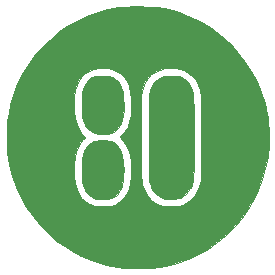
<source format=gtl>
G04 #@! TF.FileFunction,Copper,L1,Top,Signal*
%FSLAX46Y46*%
G04 Gerber Fmt 4.6, Leading zero omitted, Abs format (unit mm)*
G04 Created by KiCad (PCBNEW 4.0.2-stable) date 2019-08-21 4:48:51 PM*
%MOMM*%
G01*
G04 APERTURE LIST*
%ADD10C,0.200000*%
%ADD11C,0.010000*%
G04 APERTURE END LIST*
D10*
D11*
G36*
X84421595Y-65606890D02*
X84803203Y-65613154D01*
X85156351Y-65624380D01*
X85464899Y-65640566D01*
X85712707Y-65661711D01*
X85804195Y-65673451D01*
X86735516Y-65855041D01*
X87647432Y-66117250D01*
X88534108Y-66457124D01*
X89389710Y-66871710D01*
X90208403Y-67358054D01*
X90984351Y-67913203D01*
X91711719Y-68534204D01*
X91993690Y-68806310D01*
X92649806Y-69521467D01*
X93236798Y-70284641D01*
X93753222Y-71092984D01*
X94197640Y-71943649D01*
X94568609Y-72833787D01*
X94864689Y-73760550D01*
X95084439Y-74721091D01*
X95135239Y-75015257D01*
X95166221Y-75270855D01*
X95189918Y-75593057D01*
X95206331Y-75964116D01*
X95215458Y-76366285D01*
X95217300Y-76781814D01*
X95211857Y-77192958D01*
X95199128Y-77581966D01*
X95179115Y-77931093D01*
X95151816Y-78222589D01*
X95135239Y-78342409D01*
X94938571Y-79315040D01*
X94665721Y-80252617D01*
X94317361Y-81153381D01*
X93894167Y-82015573D01*
X93438245Y-82774833D01*
X92869212Y-83565372D01*
X92241349Y-84296321D01*
X91558084Y-84965473D01*
X90822843Y-85570617D01*
X90039055Y-86109546D01*
X89210146Y-86580050D01*
X88339544Y-86979920D01*
X87430676Y-87306947D01*
X86486970Y-87558923D01*
X85814500Y-87688328D01*
X85670448Y-87705563D01*
X85462424Y-87722084D01*
X85204928Y-87737472D01*
X84912460Y-87751312D01*
X84599521Y-87763184D01*
X84280612Y-87772673D01*
X83970232Y-87779360D01*
X83682883Y-87782828D01*
X83433065Y-87782659D01*
X83235279Y-87778436D01*
X83104025Y-87769741D01*
X83084000Y-87766937D01*
X82994798Y-87753926D01*
X82847800Y-87734440D01*
X82669293Y-87711924D01*
X82597167Y-87703110D01*
X81785542Y-87566906D01*
X80961938Y-87355793D01*
X80140989Y-87075236D01*
X79337330Y-86730699D01*
X78565597Y-86327648D01*
X78025167Y-85995912D01*
X77233801Y-85426382D01*
X76502361Y-84798308D01*
X75832999Y-84115041D01*
X75227867Y-83379929D01*
X74689116Y-82596322D01*
X74218900Y-81767568D01*
X73819371Y-80897017D01*
X73492681Y-79988019D01*
X73240981Y-79043922D01*
X73107094Y-78342409D01*
X73076112Y-78086812D01*
X73052415Y-77764609D01*
X73036002Y-77393550D01*
X73026875Y-76991382D01*
X73025033Y-76575852D01*
X73030476Y-76164709D01*
X73043205Y-75775700D01*
X73063218Y-75426574D01*
X73090517Y-75135077D01*
X73107094Y-75015257D01*
X73303762Y-74042627D01*
X73331203Y-73948333D01*
X78724086Y-73948333D01*
X78748762Y-74547212D01*
X78823507Y-75079829D01*
X78949109Y-75548774D01*
X79126359Y-75956632D01*
X79356047Y-76305991D01*
X79490429Y-76459155D01*
X79592444Y-76566594D01*
X79666349Y-76647477D01*
X79697175Y-76685392D01*
X79697333Y-76686035D01*
X79668934Y-76718869D01*
X79595397Y-76791315D01*
X79517417Y-76864648D01*
X79277455Y-77141649D01*
X79078472Y-77488466D01*
X78922071Y-77899965D01*
X78809851Y-78371011D01*
X78743414Y-78896469D01*
X78724086Y-79409333D01*
X78749602Y-80023890D01*
X78826066Y-80570996D01*
X78953646Y-81050948D01*
X79132507Y-81464041D01*
X79362817Y-81810573D01*
X79644742Y-82090838D01*
X79978449Y-82305134D01*
X80364105Y-82453756D01*
X80450089Y-82476259D01*
X80646549Y-82508937D01*
X80897031Y-82529342D01*
X81171722Y-82537040D01*
X81440810Y-82531600D01*
X81674482Y-82512588D01*
X81780166Y-82495561D01*
X82159145Y-82375697D01*
X82510915Y-82183772D01*
X82821599Y-81930361D01*
X83077321Y-81626038D01*
X83205894Y-81409115D01*
X83363178Y-81023730D01*
X83480525Y-80576907D01*
X83556141Y-80082796D01*
X83588229Y-79555547D01*
X83574994Y-79009310D01*
X83548303Y-78710833D01*
X83458376Y-78179666D01*
X83315897Y-77711006D01*
X83144978Y-77355294D01*
X84417402Y-77355294D01*
X84417406Y-77931901D01*
X84417958Y-78435803D01*
X84419507Y-78872979D01*
X84422500Y-79249408D01*
X84427382Y-79571072D01*
X84434602Y-79843950D01*
X84444607Y-80074021D01*
X84457843Y-80267267D01*
X84474757Y-80429666D01*
X84495798Y-80567200D01*
X84521411Y-80685847D01*
X84552045Y-80791589D01*
X84588145Y-80890404D01*
X84630160Y-80988273D01*
X84678536Y-81091176D01*
X84733720Y-81205092D01*
X84758111Y-81255732D01*
X84983592Y-81637590D01*
X85262032Y-81956031D01*
X85589351Y-82207736D01*
X85961470Y-82389390D01*
X86259000Y-82475844D01*
X86552958Y-82518926D01*
X86890431Y-82535906D01*
X87234380Y-82526739D01*
X87547763Y-82491379D01*
X87621482Y-82477511D01*
X87950619Y-82387672D01*
X88231714Y-82259086D01*
X88491980Y-82076864D01*
X88696874Y-81889077D01*
X88952001Y-81593748D01*
X89156190Y-81262913D01*
X89319023Y-80879250D01*
X89401038Y-80615833D01*
X89418206Y-80552512D01*
X89433177Y-80490595D01*
X89446129Y-80424015D01*
X89457243Y-80346705D01*
X89466698Y-80252598D01*
X89474674Y-80135626D01*
X89481351Y-79989723D01*
X89486907Y-79808821D01*
X89491524Y-79586854D01*
X89495379Y-79317755D01*
X89498654Y-78995455D01*
X89501527Y-78613889D01*
X89504178Y-78166989D01*
X89506787Y-77648687D01*
X89509534Y-77052918D01*
X89510075Y-76932833D01*
X89512733Y-76244615D01*
X89514106Y-75637085D01*
X89514158Y-75106270D01*
X89512849Y-74648201D01*
X89510144Y-74258907D01*
X89506002Y-73934418D01*
X89500388Y-73670763D01*
X89493264Y-73463971D01*
X89484590Y-73310072D01*
X89474652Y-73207500D01*
X89377945Y-72696645D01*
X89231063Y-72251285D01*
X89032246Y-71867457D01*
X88779737Y-71541201D01*
X88698763Y-71459232D01*
X88389934Y-71206293D01*
X88054853Y-71019772D01*
X87682455Y-70895640D01*
X87261676Y-70829870D01*
X86932522Y-70816402D01*
X86447414Y-70849831D01*
X86011973Y-70951806D01*
X85626495Y-71122092D01*
X85291277Y-71360452D01*
X85006616Y-71666649D01*
X84772809Y-72040447D01*
X84590154Y-72481609D01*
X84514396Y-72741833D01*
X84417500Y-73122833D01*
X84417500Y-76700000D01*
X84417402Y-77355294D01*
X83144978Y-77355294D01*
X83121573Y-77306585D01*
X82876110Y-76968138D01*
X82806941Y-76894143D01*
X82584214Y-76667829D01*
X82812021Y-76442852D01*
X83059828Y-76140653D01*
X83261970Y-75770572D01*
X83417136Y-75336849D01*
X83524011Y-74843721D01*
X83581283Y-74295429D01*
X83591305Y-73927167D01*
X83565572Y-73342475D01*
X83489123Y-72812263D01*
X83363086Y-72340323D01*
X83188586Y-71930443D01*
X82966750Y-71586416D01*
X82858293Y-71460946D01*
X82593785Y-71221099D01*
X82306809Y-71043288D01*
X81982948Y-70921471D01*
X81607788Y-70849604D01*
X81347793Y-70827722D01*
X80852008Y-70832987D01*
X80408959Y-70903237D01*
X80018325Y-71038851D01*
X79679788Y-71240211D01*
X79393027Y-71507695D01*
X79157723Y-71841686D01*
X78973556Y-72242563D01*
X78840206Y-72710705D01*
X78757354Y-73246495D01*
X78724680Y-73850311D01*
X78724086Y-73948333D01*
X73331203Y-73948333D01*
X73576612Y-73105049D01*
X73924972Y-72204285D01*
X74348166Y-71342094D01*
X74804088Y-70582833D01*
X75366422Y-69802211D01*
X75989164Y-69077477D01*
X76667638Y-68411640D01*
X77397164Y-67807708D01*
X78173064Y-67268690D01*
X78990658Y-66797595D01*
X79845269Y-66397432D01*
X80732219Y-66071209D01*
X81646827Y-65821935D01*
X82438138Y-65673451D01*
X82651562Y-65649958D01*
X82933367Y-65631424D01*
X83267413Y-65617850D01*
X83637560Y-65609237D01*
X84027667Y-65605584D01*
X84421595Y-65606890D01*
X84421595Y-65606890D01*
G37*
X84421595Y-65606890D02*
X84803203Y-65613154D01*
X85156351Y-65624380D01*
X85464899Y-65640566D01*
X85712707Y-65661711D01*
X85804195Y-65673451D01*
X86735516Y-65855041D01*
X87647432Y-66117250D01*
X88534108Y-66457124D01*
X89389710Y-66871710D01*
X90208403Y-67358054D01*
X90984351Y-67913203D01*
X91711719Y-68534204D01*
X91993690Y-68806310D01*
X92649806Y-69521467D01*
X93236798Y-70284641D01*
X93753222Y-71092984D01*
X94197640Y-71943649D01*
X94568609Y-72833787D01*
X94864689Y-73760550D01*
X95084439Y-74721091D01*
X95135239Y-75015257D01*
X95166221Y-75270855D01*
X95189918Y-75593057D01*
X95206331Y-75964116D01*
X95215458Y-76366285D01*
X95217300Y-76781814D01*
X95211857Y-77192958D01*
X95199128Y-77581966D01*
X95179115Y-77931093D01*
X95151816Y-78222589D01*
X95135239Y-78342409D01*
X94938571Y-79315040D01*
X94665721Y-80252617D01*
X94317361Y-81153381D01*
X93894167Y-82015573D01*
X93438245Y-82774833D01*
X92869212Y-83565372D01*
X92241349Y-84296321D01*
X91558084Y-84965473D01*
X90822843Y-85570617D01*
X90039055Y-86109546D01*
X89210146Y-86580050D01*
X88339544Y-86979920D01*
X87430676Y-87306947D01*
X86486970Y-87558923D01*
X85814500Y-87688328D01*
X85670448Y-87705563D01*
X85462424Y-87722084D01*
X85204928Y-87737472D01*
X84912460Y-87751312D01*
X84599521Y-87763184D01*
X84280612Y-87772673D01*
X83970232Y-87779360D01*
X83682883Y-87782828D01*
X83433065Y-87782659D01*
X83235279Y-87778436D01*
X83104025Y-87769741D01*
X83084000Y-87766937D01*
X82994798Y-87753926D01*
X82847800Y-87734440D01*
X82669293Y-87711924D01*
X82597167Y-87703110D01*
X81785542Y-87566906D01*
X80961938Y-87355793D01*
X80140989Y-87075236D01*
X79337330Y-86730699D01*
X78565597Y-86327648D01*
X78025167Y-85995912D01*
X77233801Y-85426382D01*
X76502361Y-84798308D01*
X75832999Y-84115041D01*
X75227867Y-83379929D01*
X74689116Y-82596322D01*
X74218900Y-81767568D01*
X73819371Y-80897017D01*
X73492681Y-79988019D01*
X73240981Y-79043922D01*
X73107094Y-78342409D01*
X73076112Y-78086812D01*
X73052415Y-77764609D01*
X73036002Y-77393550D01*
X73026875Y-76991382D01*
X73025033Y-76575852D01*
X73030476Y-76164709D01*
X73043205Y-75775700D01*
X73063218Y-75426574D01*
X73090517Y-75135077D01*
X73107094Y-75015257D01*
X73303762Y-74042627D01*
X73331203Y-73948333D01*
X78724086Y-73948333D01*
X78748762Y-74547212D01*
X78823507Y-75079829D01*
X78949109Y-75548774D01*
X79126359Y-75956632D01*
X79356047Y-76305991D01*
X79490429Y-76459155D01*
X79592444Y-76566594D01*
X79666349Y-76647477D01*
X79697175Y-76685392D01*
X79697333Y-76686035D01*
X79668934Y-76718869D01*
X79595397Y-76791315D01*
X79517417Y-76864648D01*
X79277455Y-77141649D01*
X79078472Y-77488466D01*
X78922071Y-77899965D01*
X78809851Y-78371011D01*
X78743414Y-78896469D01*
X78724086Y-79409333D01*
X78749602Y-80023890D01*
X78826066Y-80570996D01*
X78953646Y-81050948D01*
X79132507Y-81464041D01*
X79362817Y-81810573D01*
X79644742Y-82090838D01*
X79978449Y-82305134D01*
X80364105Y-82453756D01*
X80450089Y-82476259D01*
X80646549Y-82508937D01*
X80897031Y-82529342D01*
X81171722Y-82537040D01*
X81440810Y-82531600D01*
X81674482Y-82512588D01*
X81780166Y-82495561D01*
X82159145Y-82375697D01*
X82510915Y-82183772D01*
X82821599Y-81930361D01*
X83077321Y-81626038D01*
X83205894Y-81409115D01*
X83363178Y-81023730D01*
X83480525Y-80576907D01*
X83556141Y-80082796D01*
X83588229Y-79555547D01*
X83574994Y-79009310D01*
X83548303Y-78710833D01*
X83458376Y-78179666D01*
X83315897Y-77711006D01*
X83144978Y-77355294D01*
X84417402Y-77355294D01*
X84417406Y-77931901D01*
X84417958Y-78435803D01*
X84419507Y-78872979D01*
X84422500Y-79249408D01*
X84427382Y-79571072D01*
X84434602Y-79843950D01*
X84444607Y-80074021D01*
X84457843Y-80267267D01*
X84474757Y-80429666D01*
X84495798Y-80567200D01*
X84521411Y-80685847D01*
X84552045Y-80791589D01*
X84588145Y-80890404D01*
X84630160Y-80988273D01*
X84678536Y-81091176D01*
X84733720Y-81205092D01*
X84758111Y-81255732D01*
X84983592Y-81637590D01*
X85262032Y-81956031D01*
X85589351Y-82207736D01*
X85961470Y-82389390D01*
X86259000Y-82475844D01*
X86552958Y-82518926D01*
X86890431Y-82535906D01*
X87234380Y-82526739D01*
X87547763Y-82491379D01*
X87621482Y-82477511D01*
X87950619Y-82387672D01*
X88231714Y-82259086D01*
X88491980Y-82076864D01*
X88696874Y-81889077D01*
X88952001Y-81593748D01*
X89156190Y-81262913D01*
X89319023Y-80879250D01*
X89401038Y-80615833D01*
X89418206Y-80552512D01*
X89433177Y-80490595D01*
X89446129Y-80424015D01*
X89457243Y-80346705D01*
X89466698Y-80252598D01*
X89474674Y-80135626D01*
X89481351Y-79989723D01*
X89486907Y-79808821D01*
X89491524Y-79586854D01*
X89495379Y-79317755D01*
X89498654Y-78995455D01*
X89501527Y-78613889D01*
X89504178Y-78166989D01*
X89506787Y-77648687D01*
X89509534Y-77052918D01*
X89510075Y-76932833D01*
X89512733Y-76244615D01*
X89514106Y-75637085D01*
X89514158Y-75106270D01*
X89512849Y-74648201D01*
X89510144Y-74258907D01*
X89506002Y-73934418D01*
X89500388Y-73670763D01*
X89493264Y-73463971D01*
X89484590Y-73310072D01*
X89474652Y-73207500D01*
X89377945Y-72696645D01*
X89231063Y-72251285D01*
X89032246Y-71867457D01*
X88779737Y-71541201D01*
X88698763Y-71459232D01*
X88389934Y-71206293D01*
X88054853Y-71019772D01*
X87682455Y-70895640D01*
X87261676Y-70829870D01*
X86932522Y-70816402D01*
X86447414Y-70849831D01*
X86011973Y-70951806D01*
X85626495Y-71122092D01*
X85291277Y-71360452D01*
X85006616Y-71666649D01*
X84772809Y-72040447D01*
X84590154Y-72481609D01*
X84514396Y-72741833D01*
X84417500Y-73122833D01*
X84417500Y-76700000D01*
X84417402Y-77355294D01*
X83144978Y-77355294D01*
X83121573Y-77306585D01*
X82876110Y-76968138D01*
X82806941Y-76894143D01*
X82584214Y-76667829D01*
X82812021Y-76442852D01*
X83059828Y-76140653D01*
X83261970Y-75770572D01*
X83417136Y-75336849D01*
X83524011Y-74843721D01*
X83581283Y-74295429D01*
X83591305Y-73927167D01*
X83565572Y-73342475D01*
X83489123Y-72812263D01*
X83363086Y-72340323D01*
X83188586Y-71930443D01*
X82966750Y-71586416D01*
X82858293Y-71460946D01*
X82593785Y-71221099D01*
X82306809Y-71043288D01*
X81982948Y-70921471D01*
X81607788Y-70849604D01*
X81347793Y-70827722D01*
X80852008Y-70832987D01*
X80408959Y-70903237D01*
X80018325Y-71038851D01*
X79679788Y-71240211D01*
X79393027Y-71507695D01*
X79157723Y-71841686D01*
X78973556Y-72242563D01*
X78840206Y-72710705D01*
X78757354Y-73246495D01*
X78724680Y-73850311D01*
X78724086Y-73948333D01*
X73331203Y-73948333D01*
X73576612Y-73105049D01*
X73924972Y-72204285D01*
X74348166Y-71342094D01*
X74804088Y-70582833D01*
X75366422Y-69802211D01*
X75989164Y-69077477D01*
X76667638Y-68411640D01*
X77397164Y-67807708D01*
X78173064Y-67268690D01*
X78990658Y-66797595D01*
X79845269Y-66397432D01*
X80732219Y-66071209D01*
X81646827Y-65821935D01*
X82438138Y-65673451D01*
X82651562Y-65649958D01*
X82933367Y-65631424D01*
X83267413Y-65617850D01*
X83637560Y-65609237D01*
X84027667Y-65605584D01*
X84421595Y-65606890D01*
G36*
X81473807Y-76943835D02*
X81732811Y-76982005D01*
X81902026Y-77030989D01*
X82170103Y-77168160D01*
X82392755Y-77353637D01*
X82573031Y-77593139D01*
X82713977Y-77892387D01*
X82818642Y-78257099D01*
X82890073Y-78692995D01*
X82913426Y-78928886D01*
X82933823Y-79404107D01*
X82918911Y-79870013D01*
X82870673Y-80309532D01*
X82791091Y-80705596D01*
X82682147Y-81041135D01*
X82662910Y-81086287D01*
X82525581Y-81313777D01*
X82330155Y-81528057D01*
X82102257Y-81703280D01*
X81989381Y-81765673D01*
X81875875Y-81815974D01*
X81769711Y-81849884D01*
X81648512Y-81871177D01*
X81489898Y-81883630D01*
X81271492Y-81891018D01*
X81242500Y-81891692D01*
X81030758Y-81893502D01*
X80838784Y-81889754D01*
X80688834Y-81881211D01*
X80607500Y-81869873D01*
X80283740Y-81747687D01*
X80004955Y-81566833D01*
X79783149Y-81336585D01*
X79662878Y-81140107D01*
X79569270Y-80925621D01*
X79498171Y-80708348D01*
X79446964Y-80472309D01*
X79413032Y-80201526D01*
X79393758Y-79880021D01*
X79386527Y-79491816D01*
X79386373Y-79451667D01*
X79386717Y-79149018D01*
X79390552Y-78913485D01*
X79399210Y-78727547D01*
X79414026Y-78573679D01*
X79436332Y-78434360D01*
X79467462Y-78292067D01*
X79477836Y-78249725D01*
X79597649Y-77870954D01*
X79752922Y-77564193D01*
X79949155Y-77322262D01*
X80191850Y-77137982D01*
X80410773Y-77032062D01*
X80624857Y-76973909D01*
X80891966Y-76939806D01*
X81184238Y-76929775D01*
X81473807Y-76943835D01*
X81473807Y-76943835D01*
G37*
X81473807Y-76943835D02*
X81732811Y-76982005D01*
X81902026Y-77030989D01*
X82170103Y-77168160D01*
X82392755Y-77353637D01*
X82573031Y-77593139D01*
X82713977Y-77892387D01*
X82818642Y-78257099D01*
X82890073Y-78692995D01*
X82913426Y-78928886D01*
X82933823Y-79404107D01*
X82918911Y-79870013D01*
X82870673Y-80309532D01*
X82791091Y-80705596D01*
X82682147Y-81041135D01*
X82662910Y-81086287D01*
X82525581Y-81313777D01*
X82330155Y-81528057D01*
X82102257Y-81703280D01*
X81989381Y-81765673D01*
X81875875Y-81815974D01*
X81769711Y-81849884D01*
X81648512Y-81871177D01*
X81489898Y-81883630D01*
X81271492Y-81891018D01*
X81242500Y-81891692D01*
X81030758Y-81893502D01*
X80838784Y-81889754D01*
X80688834Y-81881211D01*
X80607500Y-81869873D01*
X80283740Y-81747687D01*
X80004955Y-81566833D01*
X79783149Y-81336585D01*
X79662878Y-81140107D01*
X79569270Y-80925621D01*
X79498171Y-80708348D01*
X79446964Y-80472309D01*
X79413032Y-80201526D01*
X79393758Y-79880021D01*
X79386527Y-79491816D01*
X79386373Y-79451667D01*
X79386717Y-79149018D01*
X79390552Y-78913485D01*
X79399210Y-78727547D01*
X79414026Y-78573679D01*
X79436332Y-78434360D01*
X79467462Y-78292067D01*
X79477836Y-78249725D01*
X79597649Y-77870954D01*
X79752922Y-77564193D01*
X79949155Y-77322262D01*
X80191850Y-77137982D01*
X80410773Y-77032062D01*
X80624857Y-76973909D01*
X80891966Y-76939806D01*
X81184238Y-76929775D01*
X81473807Y-76943835D01*
G36*
X81413576Y-71473394D02*
X81583033Y-71478407D01*
X81706910Y-71490237D01*
X81804747Y-71511707D01*
X81896083Y-71545637D01*
X81989381Y-71589409D01*
X82243250Y-71745333D01*
X82451961Y-71945498D01*
X82618948Y-72196774D01*
X82747641Y-72506028D01*
X82841474Y-72880129D01*
X82903877Y-73325947D01*
X82914227Y-73440333D01*
X82934483Y-73892122D01*
X82922413Y-74337208D01*
X82880043Y-74759504D01*
X82809397Y-75142925D01*
X82712500Y-75471382D01*
X82636386Y-75647812D01*
X82451902Y-75922249D01*
X82208351Y-76139450D01*
X81910963Y-76297260D01*
X81564973Y-76393526D01*
X81175610Y-76426091D01*
X80807039Y-76401113D01*
X80450053Y-76318213D01*
X80142716Y-76171830D01*
X79890348Y-75965553D01*
X79698269Y-75702970D01*
X79659277Y-75626803D01*
X79564014Y-75403574D01*
X79491930Y-75179130D01*
X79440489Y-74937363D01*
X79407152Y-74662167D01*
X79389382Y-74337433D01*
X79384644Y-73947055D01*
X79384883Y-73884833D01*
X79392623Y-73487772D01*
X79412880Y-73158584D01*
X79448368Y-72881045D01*
X79501799Y-72638932D01*
X79575887Y-72416020D01*
X79664133Y-72214966D01*
X79818498Y-71979719D01*
X80032157Y-71769880D01*
X80279765Y-71608764D01*
X80365312Y-71569978D01*
X80477100Y-71529095D01*
X80586310Y-71501348D01*
X80713297Y-71484295D01*
X80878417Y-71475495D01*
X81102027Y-71472505D01*
X81179000Y-71472376D01*
X81413576Y-71473394D01*
X81413576Y-71473394D01*
G37*
X81413576Y-71473394D02*
X81583033Y-71478407D01*
X81706910Y-71490237D01*
X81804747Y-71511707D01*
X81896083Y-71545637D01*
X81989381Y-71589409D01*
X82243250Y-71745333D01*
X82451961Y-71945498D01*
X82618948Y-72196774D01*
X82747641Y-72506028D01*
X82841474Y-72880129D01*
X82903877Y-73325947D01*
X82914227Y-73440333D01*
X82934483Y-73892122D01*
X82922413Y-74337208D01*
X82880043Y-74759504D01*
X82809397Y-75142925D01*
X82712500Y-75471382D01*
X82636386Y-75647812D01*
X82451902Y-75922249D01*
X82208351Y-76139450D01*
X81910963Y-76297260D01*
X81564973Y-76393526D01*
X81175610Y-76426091D01*
X80807039Y-76401113D01*
X80450053Y-76318213D01*
X80142716Y-76171830D01*
X79890348Y-75965553D01*
X79698269Y-75702970D01*
X79659277Y-75626803D01*
X79564014Y-75403574D01*
X79491930Y-75179130D01*
X79440489Y-74937363D01*
X79407152Y-74662167D01*
X79389382Y-74337433D01*
X79384644Y-73947055D01*
X79384883Y-73884833D01*
X79392623Y-73487772D01*
X79412880Y-73158584D01*
X79448368Y-72881045D01*
X79501799Y-72638932D01*
X79575887Y-72416020D01*
X79664133Y-72214966D01*
X79818498Y-71979719D01*
X80032157Y-71769880D01*
X80279765Y-71608764D01*
X80365312Y-71569978D01*
X80477100Y-71529095D01*
X80586310Y-71501348D01*
X80713297Y-71484295D01*
X80878417Y-71475495D01*
X81102027Y-71472505D01*
X81179000Y-71472376D01*
X81413576Y-71473394D01*
G36*
X87243209Y-71467688D02*
X87620790Y-71533514D01*
X87942932Y-71659406D01*
X88213652Y-71847383D01*
X88436971Y-72099465D01*
X88587250Y-72354835D01*
X88634755Y-72452076D01*
X88676454Y-72542004D01*
X88712724Y-72630562D01*
X88743945Y-72723696D01*
X88770495Y-72827351D01*
X88792753Y-72947473D01*
X88811096Y-73090005D01*
X88825904Y-73260894D01*
X88837555Y-73466085D01*
X88846427Y-73711522D01*
X88852899Y-74003152D01*
X88857349Y-74346918D01*
X88860155Y-74748766D01*
X88861697Y-75214642D01*
X88862352Y-75750490D01*
X88862499Y-76362256D01*
X88862500Y-76678833D01*
X88862462Y-77328454D01*
X88862096Y-77899355D01*
X88861021Y-78397482D01*
X88858860Y-78828782D01*
X88855232Y-79199201D01*
X88849759Y-79514686D01*
X88842060Y-79781182D01*
X88831758Y-80004637D01*
X88818471Y-80190997D01*
X88801823Y-80346209D01*
X88781432Y-80476218D01*
X88756919Y-80586971D01*
X88727906Y-80684415D01*
X88694014Y-80774496D01*
X88654862Y-80863160D01*
X88610071Y-80956354D01*
X88586625Y-81004102D01*
X88418245Y-81267661D01*
X88193339Y-81504837D01*
X87935077Y-81693987D01*
X87751108Y-81784572D01*
X87539724Y-81843377D01*
X87274430Y-81882134D01*
X86983044Y-81900019D01*
X86693387Y-81896210D01*
X86433278Y-81869884D01*
X86255145Y-81828841D01*
X85934304Y-81685766D01*
X85663684Y-81482186D01*
X85439864Y-81214078D01*
X85259418Y-80877423D01*
X85129701Y-80506977D01*
X85115933Y-80454195D01*
X85103899Y-80395467D01*
X85093482Y-80325053D01*
X85084567Y-80237210D01*
X85077039Y-80126195D01*
X85070780Y-79986265D01*
X85065676Y-79811677D01*
X85061610Y-79596690D01*
X85058468Y-79335561D01*
X85056132Y-79022547D01*
X85054488Y-78651905D01*
X85053419Y-78217893D01*
X85052809Y-77714769D01*
X85052543Y-77136789D01*
X85052500Y-76678833D01*
X85052450Y-76027388D01*
X85052554Y-75454745D01*
X85053191Y-74955041D01*
X85054740Y-74522412D01*
X85057580Y-74150996D01*
X85062091Y-73834928D01*
X85068652Y-73568344D01*
X85077642Y-73345381D01*
X85089440Y-73160175D01*
X85104426Y-73006863D01*
X85122979Y-72879581D01*
X85145479Y-72772465D01*
X85172304Y-72679652D01*
X85203834Y-72595278D01*
X85240448Y-72513479D01*
X85282526Y-72428392D01*
X85330446Y-72334154D01*
X85333976Y-72327167D01*
X85516124Y-72030933D01*
X85733532Y-71801776D01*
X85994535Y-71634786D01*
X86307466Y-71525056D01*
X86680658Y-71467674D01*
X86806169Y-71459910D01*
X87243209Y-71467688D01*
X87243209Y-71467688D01*
G37*
X87243209Y-71467688D02*
X87620790Y-71533514D01*
X87942932Y-71659406D01*
X88213652Y-71847383D01*
X88436971Y-72099465D01*
X88587250Y-72354835D01*
X88634755Y-72452076D01*
X88676454Y-72542004D01*
X88712724Y-72630562D01*
X88743945Y-72723696D01*
X88770495Y-72827351D01*
X88792753Y-72947473D01*
X88811096Y-73090005D01*
X88825904Y-73260894D01*
X88837555Y-73466085D01*
X88846427Y-73711522D01*
X88852899Y-74003152D01*
X88857349Y-74346918D01*
X88860155Y-74748766D01*
X88861697Y-75214642D01*
X88862352Y-75750490D01*
X88862499Y-76362256D01*
X88862500Y-76678833D01*
X88862462Y-77328454D01*
X88862096Y-77899355D01*
X88861021Y-78397482D01*
X88858860Y-78828782D01*
X88855232Y-79199201D01*
X88849759Y-79514686D01*
X88842060Y-79781182D01*
X88831758Y-80004637D01*
X88818471Y-80190997D01*
X88801823Y-80346209D01*
X88781432Y-80476218D01*
X88756919Y-80586971D01*
X88727906Y-80684415D01*
X88694014Y-80774496D01*
X88654862Y-80863160D01*
X88610071Y-80956354D01*
X88586625Y-81004102D01*
X88418245Y-81267661D01*
X88193339Y-81504837D01*
X87935077Y-81693987D01*
X87751108Y-81784572D01*
X87539724Y-81843377D01*
X87274430Y-81882134D01*
X86983044Y-81900019D01*
X86693387Y-81896210D01*
X86433278Y-81869884D01*
X86255145Y-81828841D01*
X85934304Y-81685766D01*
X85663684Y-81482186D01*
X85439864Y-81214078D01*
X85259418Y-80877423D01*
X85129701Y-80506977D01*
X85115933Y-80454195D01*
X85103899Y-80395467D01*
X85093482Y-80325053D01*
X85084567Y-80237210D01*
X85077039Y-80126195D01*
X85070780Y-79986265D01*
X85065676Y-79811677D01*
X85061610Y-79596690D01*
X85058468Y-79335561D01*
X85056132Y-79022547D01*
X85054488Y-78651905D01*
X85053419Y-78217893D01*
X85052809Y-77714769D01*
X85052543Y-77136789D01*
X85052500Y-76678833D01*
X85052450Y-76027388D01*
X85052554Y-75454745D01*
X85053191Y-74955041D01*
X85054740Y-74522412D01*
X85057580Y-74150996D01*
X85062091Y-73834928D01*
X85068652Y-73568344D01*
X85077642Y-73345381D01*
X85089440Y-73160175D01*
X85104426Y-73006863D01*
X85122979Y-72879581D01*
X85145479Y-72772465D01*
X85172304Y-72679652D01*
X85203834Y-72595278D01*
X85240448Y-72513479D01*
X85282526Y-72428392D01*
X85330446Y-72334154D01*
X85333976Y-72327167D01*
X85516124Y-72030933D01*
X85733532Y-71801776D01*
X85994535Y-71634786D01*
X86307466Y-71525056D01*
X86680658Y-71467674D01*
X86806169Y-71459910D01*
X87243209Y-71467688D01*
M02*

</source>
